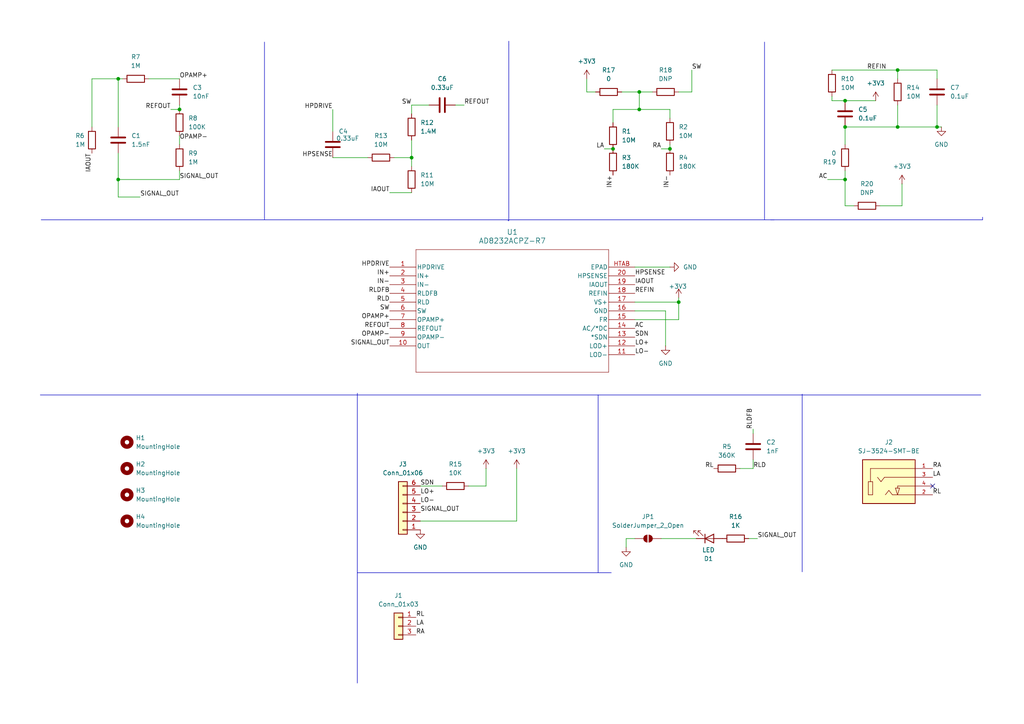
<source format=kicad_sch>
(kicad_sch (version 20250114) (generator "eeschema") (generator_version "9.0")
  (paper "A4")
  (title_block (title "AD8232 HEART RATE MONITOR v1") (company "GROUP 2"))
  (lib_symbols
    (symbol "Connector_Generic:Conn_01x03" (pin_names (offset 1.016) (hide yes))
      (property "Reference" "J" (at 0 5.08 0))
      (property "Value" "Conn_01x03" (at 0 -5.08 0))
      (symbol "Conn_01x03_1_1"
        (rectangle (start -1.27 3.81) (end 1.27 -3.81) (stroke (width 0.254)) (fill (type background)))
        (rectangle (start -1.27 2.667) (end 0 2.413) (stroke (width 0.1524)))
        (rectangle (start -1.27 0.127) (end 0 -0.127) (stroke (width 0.1524)))
        (rectangle (start -1.27 -2.413) (end 0 -2.667) (stroke (width 0.1524)))
        (pin passive line (at -5.08 2.54 0) (length 3.81) (name "Pin_1") (number "1"))
        (pin passive line (at -5.08 0 0) (length 3.81) (name "Pin_2") (number "2"))
        (pin passive line (at -5.08 -2.54 0) (length 3.81) (name "Pin_3") (number "3"))
      )
    )
    (symbol "Connector_Generic:Conn_01x06" (pin_names (offset 1.016) (hide yes))
      (property "Reference" "J" (at 0 7.62 0))
      (property "Value" "Conn_01x06" (at 0 -10.16 0))
      (symbol "Conn_01x06_1_1"
        (rectangle (start -1.27 6.35) (end 1.27 -8.89) (stroke (width 0.254)) (fill (type background)))
        (rectangle (start -1.27 5.207) (end 0 4.953) (stroke (width 0.1524)))
        (rectangle (start -1.27 2.667) (end 0 2.413) (stroke (width 0.1524)))
        (rectangle (start -1.27 0.127) (end 0 -0.127) (stroke (width 0.1524)))
        (rectangle (start -1.27 -2.413) (end 0 -2.667) (stroke (width 0.1524)))
        (rectangle (start -1.27 -4.953) (end 0 -5.207) (stroke (width 0.1524)))
        (rectangle (start -1.27 -7.493) (end 0 -7.747) (stroke (width 0.1524)))
        (pin passive line (at -5.08 5.08 0) (length 3.81) (name "Pin_1") (number "1"))
        (pin passive line (at -5.08 2.54 0) (length 3.81) (name "Pin_2") (number "2"))
        (pin passive line (at -5.08 0 0) (length 3.81) (name "Pin_3") (number "3"))
        (pin passive line (at -5.08 -2.54 0) (length 3.81) (name "Pin_4") (number "4"))
        (pin passive line (at -5.08 -5.08 0) (length 3.81) (name "Pin_5") (number "5"))
        (pin passive line (at -5.08 -7.62 0) (length 3.81) (name "Pin_6") (number "6"))
      )
    )
    (symbol "Device:C" (pin_numbers (hide yes)) (pin_names (offset 0.254))
      (property "Reference" "C" (at 0.635 2.54 0))
      (property "Value" "C" (at 0.635 -2.54 0))
      (symbol "C_0_1"
        (polyline (pts (xy -2.032 0.762) (xy 2.032 0.762)) (stroke (width 0.508)))
        (polyline (pts (xy -2.032 -0.762) (xy 2.032 -0.762)) (stroke (width 0.508)))
      )
      (symbol "C_1_1"
        (pin passive line (at 0 3.81 270) (length 2.794) (name "~") (number "1"))
        (pin passive line (at 0 -3.81 90) (length 2.794) (name "~") (number "2"))
      )
    )
    (symbol "Device:LED" (pin_numbers (hide yes)) (pin_names (offset 1.016) (hide yes))
      (property "Reference" "D" (at 0 2.54 0))
      (property "Value" "LED" (at 0 -2.54 0))
      (symbol "LED_0_1"
        (polyline (pts (xy -3.048 -0.762) (xy -4.572 -2.286) (xy -3.81 -2.286) (xy -4.572 -2.286) (xy -4.572 -1.524)))
        (polyline (pts (xy -1.778 -0.762) (xy -3.302 -2.286) (xy -2.54 -2.286) (xy -3.302 -2.286) (xy -3.302 -1.524)))
        (polyline (pts (xy -1.27 0) (xy 1.27 0)))
        (polyline (pts (xy -1.27 -1.27) (xy -1.27 1.27)) (stroke (width 0.254)))
        (polyline (pts (xy 1.27 -1.27) (xy 1.27 1.27) (xy -1.27 0) (xy 1.27 -1.27)) (stroke (width 0.254)))
      )
      (symbol "LED_1_1"
        (pin passive line (at -3.81 0 0) (length 2.54) (name "K") (number "1"))
        (pin passive line (at 3.81 0 180) (length 2.54) (name "A") (number "2"))
      )
    )
    (symbol "Device:R" (pin_numbers (hide yes)) (pin_names (offset 0))
      (property "Reference" "R" (at 2.032 0 90))
      (property "Value" "R" (at 0 0 90))
      (symbol "R_0_1"
        (rectangle (start -1.016 -2.54) (end 1.016 2.54) (stroke (width 0.254)))
      )
      (symbol "R_1_1"
        (pin passive line (at 0 3.81 270) (length 1.27) (name "~") (number "1"))
        (pin passive line (at 0 -3.81 90) (length 1.27) (name "~") (number "2"))
      )
    )
    (symbol "Jumper:SolderJumper_2_Open" (pin_numbers (hide yes)) (pin_names (offset 0) (hide yes)) (exclude_from_sim yes) (in_bom no)
      (property "Reference" "JP" (at 0 2.032 0))
      (property "Value" "SolderJumper_2_Open" (at 0 -2.54 0))
      (symbol "SolderJumper_2_Open_0_1"
        (polyline (pts (xy -0.254 1.016) (xy -0.254 -1.016)))
        (arc (start -0.254 -1.016) (mid -1.2656 0) (end -0.254 1.016))
        (arc (start -0.254 -1.016) (mid -1.2656 0) (end -0.254 1.016) (fill (type outline)))
        (arc (start 0.254 1.016) (mid 1.2656 0) (end 0.254 -1.016))
        (arc (start 0.254 1.016) (mid 1.2656 0) (end 0.254 -1.016) (fill (type outline)))
        (polyline (pts (xy 0.254 1.016) (xy 0.254 -1.016)))
      )
      (symbol "SolderJumper_2_Open_1_1"
        (pin passive line (at -3.81 0 0) (length 2.54) (name "A") (number "1"))
        (pin passive line (at 3.81 0 180) (length 2.54) (name "B") (number "2"))
      )
    )
    (symbol "Mechanical:MountingHole" (pin_names (offset 1.016)) (exclude_from_sim yes) (in_bom no)
      (property "Reference" "H" (at 0 5.08 0))
      (property "Value" "MountingHole" (at 0 3.175 0))
      (symbol "MountingHole_0_1"
        (circle (center 0 0) (radius 1.27) (stroke (width 1.27)))
      )
    )
    (symbol "myLibrary:AD8232ACPZ-R7" (pin_names (offset 0.254))
      (property "Reference" "U" (at 35.56 10.16 0))
      (property "Value" "AD8232ACPZ-R7" (at 35.56 7.62 0))
      (symbol "AD8232ACPZ-R7_0_1"
        (polyline (pts (xy 7.62 5.08) (xy 7.62 -30.48)) (stroke (width 0.127)))
        (polyline (pts (xy 7.62 -30.48) (xy 63.5 -30.48)) (stroke (width 0.127)))
        (polyline (pts (xy 63.5 5.08) (xy 7.62 5.08)) (stroke (width 0.127)))
        (polyline (pts (xy 63.5 -30.48) (xy 63.5 5.08)) (stroke (width 0.127)))
        (pin output line (at 0 0 0) (length 7.62) (name "HPDRIVE") (number "1"))
        (pin input line (at 0 -2.54 0) (length 7.62) (name "IN+") (number "2"))
        (pin input line (at 0 -5.08 0) (length 7.62) (name "IN-") (number "3"))
        (pin input line (at 0 -7.62 0) (length 7.62) (name "RLDFB") (number "4"))
        (pin output line (at 0 -10.16 0) (length 7.62) (name "RLD") (number "5"))
        (pin output line (at 0 -12.7 0) (length 7.62) (name "SW") (number "6"))
        (pin input line (at 0 -15.24 0) (length 7.62) (name "OPAMP+") (number "7"))
        (pin output line (at 0 -17.78 0) (length 7.62) (name "REFOUT") (number "8"))
        (pin input line (at 0 -20.32 0) (length 7.62) (name "OPAMP-") (number "9"))
        (pin output line (at 0 -22.86 0) (length 7.62) (name "OUT") (number "10"))
        (pin unspecified line (at 71.12 0 180) (length 7.62) (name "EPAD") (number "HTAB"))
        (pin input line (at 71.12 -2.54 180) (length 7.62) (name "HPSENSE") (number "20"))
        (pin output line (at 71.12 -5.08 180) (length 7.62) (name "IAOUT") (number "19"))
        (pin input line (at 71.12 -7.62 180) (length 7.62) (name "REFIN") (number "18"))
        (pin power_in line (at 71.12 -10.16 180) (length 7.62) (name "VS+") (number "17"))
        (pin power_in line (at 71.12 -12.7 180) (length 7.62) (name "GND") (number "16"))
        (pin input line (at 71.12 -15.24 180) (length 7.62) (name "FR") (number "15"))
        (pin input line (at 71.12 -17.78 180) (length 7.62) (name "AC/*DC") (number "14"))
        (pin input line (at 71.12 -20.32 180) (length 7.62) (name "*SDN") (number "13"))
        (pin output line (at 71.12 -22.86 180) (length 7.62) (name "LOD+") (number "12"))
        (pin output line (at 71.12 -25.4 180) (length 7.62) (name "LOD-") (number "11"))
      )
    )
    (symbol "myLibrary:SJ-3524-SMT-BE" (pin_names (offset 1.016))
      (property "Reference" "J" (at -7.6433 8.2806 0))
      (property "Value" "SJ-3524-SMT-BE" (at -7.6411 -7.6498 0))
      (symbol "SJ-3524-SMT-BE_0_0"
        (rectangle (start -7.62 -5.08) (end 7.62 7.62) (stroke (width 0.254)) (fill (type background)))
        (polyline (pts (xy -5.969 1.27) (xy -5.969 -2.54)) (stroke (width 0.1524)))
        (polyline (pts (xy -5.969 -2.54) (xy -4.699 -2.54)) (stroke (width 0.1524)))
        (polyline (pts (xy -5.334 5.08) (xy 7.62 5.08)) (stroke (width 0.1524)))
        (polyline (pts (xy -5.334 1.27) (xy -5.969 1.27)) (stroke (width 0.1524)))
        (polyline (pts (xy -5.334 1.27) (xy -5.334 5.08)) (stroke (width 0.1524)))
        (polyline (pts (xy -4.699 1.27) (xy -5.334 1.27)) (stroke (width 0.1524)))
        (polyline (pts (xy -4.699 -2.54) (xy -4.699 1.27)) (stroke (width 0.1524)))
        (polyline (pts (xy -2.286 1.27) (xy -3.302 2.54)) (stroke (width 0.1524)))
        (polyline (pts (xy -1.27 2.54) (xy -2.286 1.27)) (stroke (width 0.1524)))
        (polyline (pts (xy -1.016 -2.54) (xy 0 -1.27)) (stroke (width 0.1524)))
        (polyline (pts (xy 0 -1.27) (xy 1.016 -2.54)) (stroke (width 0.1524)))
        (polyline (pts (xy 1.9 -0.6) (xy 2.5 -2.53)) (stroke (width 0.1524)))
        (polyline (pts (xy 1.9 -0.6) (xy 3.09 -0.6)) (stroke (width 0.1524)))
        (polyline (pts (xy 2.53 -2.52) (xy 2.53 -2.53)) (stroke (width 0.1524)))
        (polyline (pts (xy 2.54 0) (xy 2.54 -0.62)) (stroke (width 0.1524)))
        (polyline (pts (xy 2.54 0) (xy 7.62 0)) (stroke (width 0.1524)))
        (polyline (pts (xy 3.09 -0.6) (xy 2.53 -2.52)) (stroke (width 0.1524)))
        (polyline (pts (xy 7.62 2.54) (xy -1.27 2.54)) (stroke (width 0.1524)))
        (polyline (pts (xy 7.62 -2.54) (xy 1.016 -2.54)) (stroke (width 0.1524)))
        (pin passive line (at 12.7 5.08 180) (length 5.08) (name "~") (number "1"))
        (pin passive line (at 12.7 2.54 180) (length 5.08) (name "~") (number "3"))
        (pin passive line (at 12.7 0 180) (length 5.08) (name "~") (number "4"))
        (pin passive line (at 12.7 -2.54 180) (length 5.08) (name "~") (number "2"))
      )
    )
    (symbol "power:+3V3" (power) (pin_numbers (hide yes)) (pin_names (offset 0) (hide yes))
      (property "Value" "+3V3" (at 0 3.556 0))
      (symbol "+3V3_0_1"
        (polyline (pts (xy -0.762 1.27) (xy 0 2.54)))
        (polyline (pts (xy 0 2.54) (xy 0.762 1.27)))
        (polyline (pts (xy 0 0) (xy 0 2.54)))
      )
      (symbol "+3V3_1_1"
        (pin power_in line (at 0 0 90) (length 0) (name "~") (number "1"))
      )
    )
    (symbol "power:GND" (power) (pin_numbers (hide yes)) (pin_names (offset 0) (hide yes))
      (property "Value" "GND" (at 0 -3.81 0))
      (symbol "GND_0_1"
        (polyline (pts (xy 0 0) (xy 0 -1.27) (xy 1.27 -1.27) (xy 0 -2.54) (xy -1.27 -1.27) (xy 0 -1.27)))
      )
      (symbol "GND_1_1"
        (pin power_in line (at 0 0 270) (length 0) (name "~") (number "1"))
      )
    )
  )
  (junction (at 177.8 43.18))
  (junction (at 119.38 45.72))
  (junction (at 52.07 31.75))
  (junction (at 245.11 29.21))
  (junction (at 260.35 20.32))
  (junction (at 34.29 52.07))
  (junction (at 245.11 52.07))
  (junction (at 196.85 87.63))
  (junction (at 194.31 43.18))
  (junction (at 185.42 31.75))
  (junction (at 34.29 22.86))
  (junction (at 271.78 36.83))
  (junction (at 185.42 26.67))
  (junction (at 245.11 36.83))
  (junction (at 260.35 36.83))
  (no_connect (at 270.51 140.97))
  (wire (pts (xy 241.3 20.32) (xy 260.35 20.32)))
  (wire (pts (xy 170.18 22.86) (xy 170.18 26.67)))
  (wire (pts (xy 200.66 20.32) (xy 200.66 26.67)))
  (wire (pts (xy 140.97 140.97) (xy 140.97 135.89)))
  (wire (pts (xy 240.03 52.07) (xy 245.11 52.07)))
  (polyline (pts (xy 11.684 114.554) (xy 284.48 114.554)))
  (polyline (pts (xy 147.574 11.938) (xy 147.574 12.954)))
  (wire (pts (xy 191.77 43.18) (xy 194.31 43.18)))
  (polyline (pts (xy 103.632 166.116) (xy 173.482 166.116)))
  (wire (pts (xy 170.18 26.67) (xy 172.72 26.67)))
  (wire (pts (xy 185.42 26.67) (xy 189.23 26.67)))
  (wire (pts (xy 260.35 36.83) (xy 271.78 36.83)))
  (wire (pts (xy 52.07 30.48) (xy 52.07 31.75)))
  (wire (pts (xy 119.38 30.48) (xy 119.38 33.02)))
  (wire (pts (xy 184.15 92.71) (xy 196.85 92.71)))
  (wire (pts (xy 135.89 140.97) (xy 140.97 140.97)))
  (wire (pts (xy 119.38 45.72) (xy 119.38 40.64)))
  (polyline (pts (xy 232.664 114.3) (xy 232.664 165.862)))
  (wire (pts (xy 114.3 45.72) (xy 119.38 45.72)))
  (wire (pts (xy 49.53 31.75) (xy 52.07 31.75)))
  (wire (pts (xy 177.8 31.75) (xy 177.8 35.56)))
  (wire (pts (xy 214.63 135.89) (xy 218.44 135.89)))
  (wire (pts (xy 124.46 30.48) (xy 119.38 30.48)))
  (polyline (pts (xy 147.32 64.008) (xy 147.574 64.008)))
  (wire (pts (xy 245.11 36.83) (xy 260.35 36.83)))
  (wire (pts (xy 271.78 30.48) (xy 271.78 36.83)))
  (wire (pts (xy 260.35 20.32) (xy 271.78 20.32)))
  (wire (pts (xy 260.35 30.48) (xy 260.35 36.83)))
  (wire (pts (xy 35.56 22.86) (xy 34.29 22.86)))
  (wire (pts (xy 245.11 52.07) (xy 245.11 59.69)))
  (wire (pts (xy 34.29 36.83) (xy 34.29 22.86)))
  (wire (pts (xy 96.52 31.75) (xy 96.52 38.1)))
  (wire (pts (xy 218.44 133.35) (xy 218.44 135.89)))
  (wire (pts (xy 52.07 39.37) (xy 52.07 41.91)))
  (wire (pts (xy 34.29 22.86) (xy 26.67 22.86)))
  (wire (pts (xy 34.29 52.07) (xy 34.29 57.15)))
  (wire (pts (xy 96.52 45.72) (xy 106.68 45.72)))
  (wire (pts (xy 181.61 158.75) (xy 181.61 156.21)))
  (wire (pts (xy 149.86 135.89) (xy 149.86 151.13)))
  (polyline (pts (xy 173.482 166.116) (xy 177.292 166.116)))
  (wire (pts (xy 185.42 26.67) (xy 185.42 31.75)))
  (wire (pts (xy 193.04 100.33) (xy 193.04 90.17)))
  (wire (pts (xy 260.35 22.86) (xy 260.35 20.32)))
  (wire (pts (xy 191.77 156.21) (xy 201.93 156.21)))
  (wire (pts (xy 43.18 22.86) (xy 52.07 22.86)))
  (wire (pts (xy 194.31 43.18) (xy 194.31 41.91)))
  (wire (pts (xy 245.11 29.21) (xy 254 29.21)))
  (wire (pts (xy 177.8 31.75) (xy 185.42 31.75)))
  (wire (pts (xy 196.85 86.36) (xy 196.85 87.63)))
  (wire (pts (xy 52.07 52.07) (xy 52.07 49.53)))
  (wire (pts (xy 113.03 55.88) (xy 119.38 55.88)))
  (wire (pts (xy 34.29 52.07) (xy 34.29 44.45)))
  (wire (pts (xy 34.29 57.15) (xy 40.64 57.15)))
  (wire (pts (xy 245.11 41.91) (xy 245.11 36.83)))
  (wire (pts (xy 194.31 77.47) (xy 184.15 77.47)))
  (wire (pts (xy 271.78 36.83) (xy 273.05 36.83)))
  (wire (pts (xy 193.04 90.17) (xy 184.15 90.17)))
  (wire (pts (xy 184.15 87.63) (xy 196.85 87.63)))
  (polyline (pts (xy 147.574 12.954) (xy 147.574 64.008)))
  (wire (pts (xy 185.42 31.75) (xy 194.31 31.75)))
  (wire (pts (xy 196.85 87.63) (xy 196.85 92.71)))
  (wire (pts (xy 261.62 59.69) (xy 261.62 53.34)))
  (wire (pts (xy 134.62 30.48) (xy 132.08 30.48)))
  (wire (pts (xy 181.61 156.21) (xy 184.15 156.21)))
  (polyline (pts (xy 223.52 63.754) (xy 224.536 63.754)))
  (wire (pts (xy 175.26 43.18) (xy 177.8 43.18)))
  (polyline (pts (xy 103.632 114.046) (xy 103.632 198.12)))
  (polyline (pts (xy 221.742 12.192) (xy 221.742 63.754)))
  (polyline (pts (xy 284.988 62.992) (xy 284.988 63.754)))
  (polyline (pts (xy 173.482 114.554) (xy 173.482 166.116)))
  (wire (pts (xy 180.34 26.67) (xy 185.42 26.67)))
  (wire (pts (xy 241.3 29.21) (xy 241.3 27.94)))
  (wire (pts (xy 26.67 22.86) (xy 26.67 36.83)))
  (wire (pts (xy 245.11 49.53) (xy 245.11 52.07)))
  (wire (pts (xy 194.31 31.75) (xy 194.31 34.29)))
  (wire (pts (xy 121.92 151.13) (xy 149.86 151.13)))
  (polyline (pts (xy 76.708 12.192) (xy 76.708 63.754)))
  (wire (pts (xy 218.44 124.46) (xy 218.44 125.73)))
  (wire (pts (xy 200.66 26.67) (xy 196.85 26.67)))
  (wire (pts (xy 261.62 59.69) (xy 255.27 59.69)))
  (wire (pts (xy 271.78 20.32) (xy 271.78 22.86)))
  (wire (pts (xy 219.71 156.21) (xy 217.17 156.21)))
  (wire (pts (xy 241.3 29.21) (xy 245.11 29.21)))
  (polyline (pts (xy 11.938 63.754) (xy 284.988 63.754)))
  (wire (pts (xy 245.11 59.69) (xy 247.65 59.69)))
  (wire (pts (xy 52.07 52.07) (xy 34.29 52.07)))
  (wire (pts (xy 119.38 48.26) (xy 119.38 45.72)))
  (wire (pts (xy 121.92 140.97) (xy 128.27 140.97)))
  (label "RA" (at 270.51 135.89 0))
  (label "SIGNAL_OUT" (at 121.92 148.59 0))
  (label "SW" (at 119.38 30.48 180))
  (label "REFOUT" (at 113.03 95.25 180))
  (label "LO-" (at 121.92 146.05 0))
  (label "AC" (at 184.15 95.25 0))
  (label "HPDRIVE" (at 96.52 31.75 180))
  (label "IAOUT" (at 113.03 55.88 180))
  (label "REFIN" (at 184.15 85.09 0))
  (label "HPSENSE" (at 184.15 80.01 0))
  (label "LA" (at 175.26 43.18 180))
  (label "SDN" (at 121.92 140.97 0))
  (label "HPDRIVE" (at 113.03 77.47 180))
  (label "IN-" (at 113.03 82.55 180))
  (label "LO-" (at 184.15 102.87 0))
  (label "SIGNAL_OUT" (at 52.07 52.07 0))
  (label "SIGNAL_OUT" (at 219.71 156.21 0))
  (label "IN+" (at 113.03 80.01 180))
  (label "RL" (at 270.51 143.51 0))
  (label "LA" (at 270.51 138.43 0))
  (label "RL" (at 207.01 135.89 180))
  (label "RLDFB" (at 113.03 85.09 180))
  (label "LA" (at 120.65 181.61 0))
  (label "OPAMP+" (at 113.03 92.71 180))
  (label "RLD" (at 113.03 87.63 180))
  (label "RLDFB" (at 218.44 124.46 90))
  (label "SIGNAL_OUT" (at 40.64 57.15 0))
  (label "RA" (at 120.65 184.15 0))
  (label "HPSENSE" (at 96.52 45.72 180))
  (label "RA" (at 191.77 43.18 180))
  (label "REFOUT" (at 134.62 30.48 0))
  (label "SIGNAL_OUT" (at 113.03 100.33 180))
  (label "OPAMP-" (at 113.03 97.79 180))
  (label "SW" (at 113.03 90.17 180))
  (label "LO+" (at 184.15 100.33 0))
  (label "IAOUT" (at 184.15 82.55 0))
  (label "IN+" (at 177.8 50.8 270))
  (label "RLD" (at 218.44 135.89 0))
  (label "LO+" (at 121.92 143.51 0))
  (label "REFOUT" (at 49.53 31.75 180))
  (label "AC" (at 240.03 52.07 180))
  (label "REFIN" (at 251.46 20.32 0))
  (label "OPAMP-" (at 52.07 40.64 0))
  (label "SDN" (at 184.15 97.79 0))
  (label "SW" (at 200.66 20.32 0))
  (label "IAOUT" (at 26.67 44.45 270))
  (label "RL" (at 120.65 179.07 0))
  (label "OPAMP+" (at 52.07 22.86 0))
  (label "IN-" (at 194.31 50.8 270))
  (symbol (lib_id "Device:R") (at 210.82 135.89 90) (unit 1)
    (property "Reference" "R5" (at 210.82 129.54 90))
    (property "Value" "360K" (at 210.82 132.08 90))
    (property "Footprint" "Resistor_SMD:R_0603_1608Metric" (effects (hide yes)))
    (property "Description" "Resistor" (effects (hide yes)))
    (property "Digikey Part#" "311-360KHRTR-ND" (effects (hide yes)))
    (property "Digikey URL" "https://www.digikey.in/en/products/detail/yageo/RC0603FR-07360KL/727183" (effects (hide yes)))
  )
  (symbol (lib_id "Device:R") (at 241.3 24.13 0) (unit 1)
    (property "Reference" "R10" (at 243.84 22.8599 0) (effects (justify left)))
    (property "Value" "10M" (at 243.84 25.3999 0) (effects (justify left)))
    (property "Footprint" "Resistor_SMD:R_0603_1608Metric" (effects (hide yes)))
    (property "Description" "Resistor" (effects (hide yes)))
    (property "Digikey Part#" "311-10MGRTR-ND" (effects (hide yes)))
    (property "Digikey URL" "https://www.digikey.in/en/products/detail/yageo/RC0603JR-0710ML/726701" (effects (hide yes)))
  )
  (symbol (lib_id "Device:R") (at 194.31 38.1 0) (unit 1)
    (property "Reference" "R2" (at 196.85 36.8299 0) (effects (justify left)))
    (property "Value" "10M" (at 196.85 39.3699 0) (effects (justify left)))
    (property "Footprint" "Resistor_SMD:R_0603_1608Metric" (effects (hide yes)))
    (property "Description" "Resistor" (effects (hide yes)))
    (property "Digikey Part#" "311-10MGRTR-ND" (effects (hide yes)))
    (property "Digikey URL" "https://www.digikey.in/en/products/detail/yageo/RC0603JR-0710ML/726701" (effects (hide yes)))
  )
  (symbol (lib_id "power:GND") (at 193.04 100.33 0) (unit 1)
    (property "Reference" "#PWR07" (effects (hide yes)))
    (property "Value" "GND" (at 193.04 105.41 0))
    (property "Description" "Power symbol creates a global label with name \"GND\" , ground" (effects (hide yes)))
  )
  (symbol (lib_id "power:GND") (at 194.31 77.47 90) (unit 1)
    (property "Reference" "#PWR01" (effects (hide yes)))
    (property "Value" "GND" (at 198.12 77.4699 90) (effects (justify right)))
    (property "Description" "Power symbol creates a global label with name \"GND\" , ground" (effects (hide yes)))
  )
  (symbol (lib_id "myLibrary:SJ-3524-SMT-BE") (at 257.81 140.97 0) (unit 1)
    (property "Reference" "J2" (at 257.81 128.27 0))
    (property "Value" "SJ-3524-SMT-BE" (at 257.81 130.81 0))
    (property "Footprint" "myLibrary:CUI_SJ-3524-SMT-BE" (effects (hide yes)))
    (property "MF" "CUI Inc" (effects (hide yes)))
    (property "STANDARD" "Manufacturer recommendations" (effects (hide yes)))
    (property "Digikey Part#" "CP-3524SJBETR-ND" (effects (hide yes)))
    (property "Digikey URL" "https://www.digikey.in/en/products/detail/same-sky-formerly-cui-devices/SJ-3524-SMT-TR-BE/2295987" (effects (hide yes)))
  )
  (symbol (lib_id "Device:R") (at 52.07 35.56 0) (unit 1)
    (property "Reference" "R8" (at 54.61 34.2899 0) (effects (justify left)))
    (property "Value" "100K" (at 54.61 36.8299 0) (effects (justify left)))
    (property "Footprint" "Resistor_SMD:R_0603_1608Metric" (effects (hide yes)))
    (property "Description" "Resistor" (effects (hide yes)))
    (property "Digikey Part#" "P100KHTR-ND" (effects (hide yes)))
    (property "Digikey URL" "https://www.digikey.in/en/products/detail/panasonic-electronic-components/ERJ-3EKF1003V/196075" (effects (hide yes)))
  )
  (symbol (lib_id "Device:LED") (at 205.74 156.21 0) (mirror x) (unit 1)
    (property "Reference" "D1" (at 205.486 162.052 0))
    (property "Value" "LED" (at 205.486 159.512 0))
    (property "Footprint" "LED_SMD:LED_0603_1608Metric" (effects (hide yes)))
    (property "Description" "Light emitting diode" (effects (hide yes)))
    (property "Digikey Part#" "732-12017-2-ND" (effects (hide yes)))
    (property "Digikey URL" "https://www.digikey.in/en/products/detail/w%C3%BCrth-elektronik/150060VS55040/8557182" (effects (hide yes)))
  )
  (symbol (lib_id "Device:C") (at 128.27 30.48 90) (unit 1)
    (property "Reference" "C6" (at 128.27 22.86 90))
    (property "Value" "0.33uF" (at 128.27 25.4 90))
    (property "Footprint" "Capacitor_SMD:C_0805_2012Metric" (effects (hide yes)))
    (property "Description" "Unpolarized capacitor" (effects (hide yes)))
    (property "Digikey Part#" "490-6050-2-ND" (effects (hide yes)))
    (property "Digikey URL" "http://digikey.in/en/products/detail/murata-electronics/GCM188R71C334KA37D/2591915" (effects (hide yes)))
  )
  (symbol (lib_id "Device:R") (at 193.04 26.67 90) (unit 1) (exclude_from_sim yes) (in_bom no) (on_board no)
    (property "Reference" "R18" (at 193.04 20.32 90))
    (property "Value" "DNP" (at 193.04 22.86 90))
    (property "Footprint" "Resistor_SMD:R_0603_1608Metric" (effects (hide yes)))
    (property "Description" "Resistor" (effects (hide yes)))
  )
  (symbol (lib_id "Device:C") (at 96.52 41.91 0) (unit 1)
    (property "Reference" "C4" (at 99.568 38.1 0))
    (property "Value" "0.33uF" (at 100.838 40.132 0))
    (property "Footprint" "Capacitor_SMD:C_0805_2012Metric" (effects (hide yes)))
    (property "Description" "Unpolarized capacitor" (effects (hide yes)))
    (property "Digikey Part#" "490-6050-2-ND" (effects (hide yes)))
    (property "Digikey URL" "https://www.digikey.in/en/products/detail/murata-electronics/GCM188R71C334KA37D/2591915" (effects (hide yes)))
  )
  (symbol (lib_id "Jumper:SolderJumper_2_Open") (at 187.96 156.21 0) (unit 1) (exclude_from_sim yes) (in_bom no)
    (property "Reference" "JP1" (at 187.96 149.86 0))
    (property "Value" "SolderJumper_2_Open" (at 187.96 152.4 0))
    (property "Footprint" "Jumper:SolderJumper-2_P1.3mm_Bridged_Pad1.0x1.5mm" (effects (hide yes)))
    (property "Description" "Solder Jumper, 2-pole, open" (effects (hide yes)))
  )
  (symbol (lib_id "Mechanical:MountingHole") (at 36.83 151.13 90) (unit 1) (exclude_from_sim yes) (in_bom no)
    (property "Reference" "H4" (at 39.37 149.8599 90) (effects (justify right)))
    (property "Value" "MountingHole" (at 39.37 152.3999 90) (effects (justify right)))
    (property "Footprint" "myLibrary:hole" (effects (hide yes)))
    (property "Description" "Mounting Hole without connection" (effects (hide yes)))
  )
  (symbol (lib_id "Device:R") (at 260.35 26.67 0) (unit 1)
    (property "Reference" "R14" (at 262.89 25.3999 0) (effects (justify left)))
    (property "Value" "10M" (at 262.89 27.9399 0) (effects (justify left)))
    (property "Footprint" "Resistor_SMD:R_0603_1608Metric" (effects (hide yes)))
    (property "Description" "Resistor" (effects (hide yes)))
    (property "Digikey Part#" "311-10MGRTR-ND" (effects (hide yes)))
    (property "Digikey URL" "https://www.digikey.in/en/products/detail/yageo/RC0603JR-0710ML/726701" (effects (hide yes)))
  )
  (symbol (lib_id "Device:R") (at 110.49 45.72 90) (unit 1)
    (property "Reference" "R13" (at 110.49 39.37 90))
    (property "Value" "10M" (at 110.49 41.91 90))
    (property "Footprint" "Resistor_SMD:R_0603_1608Metric" (effects (hide yes)))
    (property "Description" "Resistor" (effects (hide yes)))
    (property "Digikey Part#" "311-10MGRTR-ND" (effects (hide yes)))
    (property "Digikey URL" "https://www.digikey.in/en/products/detail/yageo/RC0603JR-0710ML/726701" (effects (hide yes)))
  )
  (symbol (lib_id "Device:R") (at 26.67 40.64 0) (unit 1)
    (property "Reference" "R6" (at 21.844 39.37 0) (effects (justify left)))
    (property "Value" "1M" (at 21.844 41.91 0) (effects (justify left)))
    (property "Footprint" "Resistor_SMD:R_0603_1608Metric" (effects (hide yes)))
    (property "Description" "Resistor" (effects (hide yes)))
    (property "Digikey Part#" "YAG4498TR-ND" (effects (hide yes)))
    (property "Digikey URL" "https://www.digikey.in/en/products/detail/yageo/RT0603BRD071ML/5927906" (effects (hide yes)))
  )
  (symbol (lib_id "Device:C") (at 34.29 40.64 0) (unit 1)
    (property "Reference" "C1" (at 38.1 39.3699 0) (effects (justify left)))
    (property "Value" "1.5nF" (at 38.1 41.9099 0) (effects (justify left)))
    (property "Footprint" "Capacitor_SMD:C_0603_1608Metric" (effects (hide yes)))
    (property "Description" "Unpolarized capacitor" (effects (hide yes)))
    (property "Digikey Part#" "490-1455-2-ND" (effects (hide yes)))
    (property "Digikey URL" "http://digikey.in/en/products/detail/murata-electronics/GRM1885C1H152JA01D/586947" (effects (hide yes)))
  )
  (symbol (lib_id "Device:R") (at 251.46 59.69 270) (unit 1) (exclude_from_sim yes) (in_bom no) (on_board no)
    (property "Reference" "R20" (at 251.46 53.34 90))
    (property "Value" "DNP" (at 251.46 55.88 90))
    (property "Footprint" "Resistor_SMD:R_0603_1608Metric" (effects (hide yes)))
    (property "Description" "Resistor" (effects (hide yes)))
  )
  (symbol (lib_id "Device:R") (at 177.8 39.37 180) (unit 1)
    (property "Reference" "R1" (at 180.34 38.0999 0) (effects (justify right)))
    (property "Value" "10M" (at 180.34 40.6399 0) (effects (justify right)))
    (property "Footprint" "Resistor_SMD:R_0603_1608Metric" (effects (hide yes)))
    (property "Description" "Resistor" (effects (hide yes)))
    (property "Digikey Part#" "311-10MGRTR-ND" (effects (hide yes)))
    (property "Digikey URL" "https://www.digikey.in/en/products/detail/yageo/RC0603JR-0710ML/726701" (effects (hide yes)))
  )
  (symbol (lib_id "Device:R") (at 132.08 140.97 270) (unit 1)
    (property "Reference" "R15" (at 132.08 134.62 90))
    (property "Value" "10K" (at 132.08 137.16 90))
    (property "Footprint" "Resistor_SMD:R_0603_1608Metric" (effects (hide yes)))
    (property "Description" "Resistor" (effects (hide yes)))
    (property "Digikey Part#" "2019-RK73H1JTTD1002FTR-ND" (effects (hide yes)))
    (property "Digikey URL" "https://www.digikey.in/en/products/detail/koa-speer-electronics-inc/RK73H1JTTD1002F/9844954" (effects (hide yes)))
  )
  (symbol (lib_id "power:+3V3") (at 170.18 22.86 0) (unit 1)
    (property "Reference" "#PWR05" (effects (hide yes)))
    (property "Value" "+3V3" (at 170.18 17.78 0))
    (property "Description" "Power symbol creates a global label with name \"+3V3\"" (effects (hide yes)))
  )
  (symbol (lib_id "Device:C") (at 271.78 26.67 0) (unit 1)
    (property "Reference" "C7" (at 275.59 25.3999 0) (effects (justify left)))
    (property "Value" "0.1uF" (at 275.59 27.9399 0) (effects (justify left)))
    (property "Footprint" "Capacitor_SMD:C_0603_1608Metric" (effects (hide yes)))
    (property "Description" "Unpolarized capacitor" (effects (hide yes)))
    (property "Digikey Part#" "311-1088-2-ND" (effects (hide yes)))
    (property "Digikey URL" "https://www.digikey.in/en/products/detail/yageo/CC0603KRX7R7BB104/302822" (effects (hide yes)))
  )
  (symbol (lib_id "Device:R") (at 119.38 52.07 0) (unit 1)
    (property "Reference" "R11" (at 121.92 50.7999 0) (effects (justify left)))
    (property "Value" "10M" (at 121.92 53.3399 0) (effects (justify left)))
    (property "Footprint" "Resistor_SMD:R_0603_1608Metric" (effects (hide yes)))
    (property "Description" "Resistor" (effects (hide yes)))
    (property "Digikey Part#" "311-10MGRTR-ND" (effects (hide yes)))
    (property "Digikey URL" "https://www.digikey.in/en/products/detail/yageo/RC0603JR-0710ML/726701" (effects (hide yes)))
  )
  (symbol (lib_id "Connector_Generic:Conn_01x03") (at 115.57 181.61 0) (mirror y) (unit 1)
    (property "Reference" "J1" (at 115.57 172.72 0))
    (property "Value" "Conn_01x03" (at 115.57 175.26 0))
    (property "Footprint" "myLibrary:3_conn" (effects (hide yes)))
  )
  (symbol (lib_id "Device:R") (at 177.8 46.99 180) (unit 1)
    (property "Reference" "R3" (at 180.34 45.7199 0) (effects (justify right)))
    (property "Value" "180K" (at 180.34 48.2599 0) (effects (justify right)))
    (property "Footprint" "Resistor_SMD:R_0603_1608Metric" (effects (hide yes)))
    (property "Description" "Resistor" (effects (hide yes)))
    (property "Digikey Part#" "311-180KGRTR-ND" (effects (hide yes)))
    (property "Digikey URL" "https://www.digikey.in/en/products/detail/yageo/RC0603JR-07180KL/726723" (effects (hide yes)))
  )
  (symbol (lib_id "myLibrary:AD8232ACPZ-R7") (at 113.03 77.47 0) (unit 1)
    (property "Reference" "U1" (at 148.59 67.31 0) (effects (font (size 1.524 1.524))))
    (property "Value" "AD8232ACPZ-R7" (at 148.59 69.85 0) (effects (font (size 1.524 1.524))))
    (property "Footprint" "myLibrary:ad8232" (effects (hide yes)))
    (property "Datasheet" "AD8232ACPZ-R7" (effects (hide yes)))
    (property "Digikey Part#" "AD8232ACPZ-R7" (effects (hide yes)))
    (property "Digikey URL" "https://www.digikey.in/en/products/detail/analog-devices-inc/AD8232ACPZ-R7/3758432" (effects (hide yes)))
  )
  (symbol (lib_id "Mechanical:MountingHole") (at 36.83 143.51 0) (unit 1) (exclude_from_sim yes) (in_bom no)
    (property "Reference" "H3" (at 39.37 142.2399 0) (effects (justify left)))
    (property "Value" "MountingHole" (at 39.37 144.7799 0) (effects (justify left)))
    (property "Footprint" "myLibrary:hole" (effects (hide yes)))
    (property "Description" "Mounting Hole without connection" (effects (hide yes)))
  )
  (symbol (lib_id "Mechanical:MountingHole") (at 36.83 128.27 0) (unit 1) (exclude_from_sim yes) (in_bom no)
    (property "Reference" "H1" (at 39.37 126.9999 0) (effects (justify left)))
    (property "Value" "MountingHole" (at 39.37 129.5399 0) (effects (justify left)))
    (property "Footprint" "myLibrary:hole" (effects (hide yes)))
    (property "Description" "Mounting Hole without connection" (effects (hide yes)))
  )
  (symbol (lib_id "power:GND") (at 121.92 153.67 0) (unit 1)
    (property "Reference" "#PWR08" (effects (hide yes)))
    (property "Value" "GND" (at 121.92 158.75 0))
    (property "Description" "Power symbol creates a global label with name \"GND\" , ground" (effects (hide yes)))
  )
  (symbol (lib_id "Device:C") (at 52.07 26.67 0) (unit 1)
    (property "Reference" "C3" (at 55.88 25.3999 0) (effects (justify left)))
    (property "Value" "10nF" (at 55.88 27.9399 0) (effects (justify left)))
    (property "Footprint" "Capacitor_SMD:C_0603_1608Metric" (effects (hide yes)))
    (property "Description" "Unpolarized capacitor" (effects (hide yes)))
    (property "Digikey Part#" "1276-1009-2-ND" (effects (hide yes)))
    (property "Digikey URL" "https://www.digikey.in/en/products/detail/samsung-electro-mechanics/CL10B103KB8NNNC/3886667" (effects (hide yes)))
  )
  (symbol (lib_id "Mechanical:MountingHole") (at 36.83 135.89 0) (unit 1) (exclude_from_sim yes) (in_bom no)
    (property "Reference" "H2" (at 39.37 134.6199 0) (effects (justify left)))
    (property "Value" "MountingHole" (at 39.37 137.1599 0) (effects (justify left)))
    (property "Footprint" "myLibrary:hole" (effects (hide yes)))
    (property "Description" "Mounting Hole without connection" (effects (hide yes)))
  )
  (symbol (lib_id "Connector_Generic:Conn_01x06") (at 116.84 148.59 180) (unit 1)
    (property "Reference" "J3" (at 116.84 134.62 0))
    (property "Value" "Conn_01x06" (at 116.84 137.16 0))
    (property "Footprint" "myLibrary:6_conn" (effects (hide yes)))
  )
  (symbol (lib_id "Device:R") (at 194.31 46.99 180) (unit 1)
    (property "Reference" "R4" (at 196.85 45.7199 0) (effects (justify right)))
    (property "Value" "180K" (at 196.85 48.2599 0) (effects (justify right)))
    (property "Footprint" "Resistor_SMD:R_0603_1608Metric" (effects (hide yes)))
    (property "Description" "Resistor" (effects (hide yes)))
    (property "Digikey Part#" "311-180KGRTR-ND" (effects (hide yes)))
    (property "Digikey URL" "http://digikey.in/en/products/detail/yageo/RC0603JR-07180KL/726723" (effects (hide yes)))
  )
  (symbol (lib_id "Device:R") (at 213.36 156.21 90) (unit 1)
    (property "Reference" "R16" (at 213.36 149.86 90))
    (property "Value" "1K" (at 213.36 152.4 90))
    (property "Footprint" "Resistor_SMD:R_0603_1608Metric" (effects (hide yes)))
    (property "Description" "Resistor" (effects (hide yes)))
    (property "Digikey Part#" "311-1.00KHRTR-ND" (effects (hide yes)))
    (property "Digikey URL" "https://www.digikey.in/en/products/detail/yageo/RC0603FR-071KL/726843" (effects (hide yes)))
  )
  (symbol (lib_id "power:GND") (at 181.61 158.75 0) (unit 1)
    (property "Reference" "#PWR010" (effects (hide yes)))
    (property "Value" "GND" (at 181.61 163.83 0))
    (property "Description" "Power symbol creates a global label with name \"GND\" , ground" (effects (hide yes)))
  )
  (symbol (lib_id "Device:R") (at 39.37 22.86 90) (unit 1)
    (property "Reference" "R7" (at 39.37 16.51 90))
    (property "Value" "1M" (at 39.37 19.05 90))
    (property "Footprint" "Resistor_SMD:R_0603_1608Metric" (effects (hide yes)))
    (property "Description" "Resistor" (effects (hide yes)))
    (property "Digikey Part#" "YAG4498TR-ND" (effects (hide yes)))
    (property "Digikey URL" "https://www.digikey.in/en/products/detail/yageo/RT0603BRD071ML/5927906" (effects (hide yes)))
  )
  (symbol (lib_id "Device:R") (at 176.53 26.67 90) (unit 1)
    (property "Reference" "R17" (at 176.53 20.32 90))
    (property "Value" "0" (at 176.53 22.86 90))
    (property "Footprint" "Resistor_SMD:R_0603_1608Metric" (effects (hide yes)))
    (property "Description" "Resistor" (effects (hide yes)))
    (property "Digikey Part#" "RMCF0603ZT0R00TR-ND" (effects (hide yes)))
    (property "Digikey URL" "https://www.digikey.in/en/products/detail/stackpole-electronics-inc/RMCF0603ZT0R00/1756908" (effects (hide yes)))
  )
  (symbol (lib_id "Device:R") (at 119.38 36.83 0) (unit 1)
    (property "Reference" "R12" (at 121.92 35.5599 0) (effects (justify left)))
    (property "Value" "1.4M" (at 121.92 38.0999 0) (effects (justify left)))
    (property "Footprint" "Resistor_SMD:R_0603_1608Metric" (effects (hide yes)))
    (property "Description" "Resistor" (effects (hide yes)))
    (property "Digikey Part#" "RMCF0603FT1M40TR-ND" (effects (hide yes)))
    (property "Digikey URL" "https://www.digikey.in/en/products/detail/stackpole-electronics-inc/RMCF0603FT1M40/1761118" (effects (hide yes)))
  )
  (symbol (lib_id "power:GND") (at 273.05 36.83 0) (unit 1)
    (property "Reference" "#PWR02" (effects (hide yes)))
    (property "Value" "GND" (at 273.05 41.91 0))
    (property "Description" "Power symbol creates a global label with name \"GND\" , ground" (effects (hide yes)))
  )
  (symbol (lib_id "Device:R") (at 245.11 45.72 180) (unit 1)
    (property "Reference" "R19" (at 242.57 46.9901 0) (effects (justify left)))
    (property "Value" "0" (at 242.57 44.4501 0) (effects (justify left)))
    (property "Footprint" "Resistor_SMD:R_0603_1608Metric" (effects (hide yes)))
    (property "Description" "Resistor" (effects (hide yes)))
    (property "Digikey Part#" "RMCF0603ZT0R00TR-ND" (effects (hide yes)))
    (property "Digikey URL" "https://www.digikey.in/en/products/detail/stackpole-electronics-inc/RMCF0603ZT0R00/1756908" (effects (hide yes)))
  )
  (symbol (lib_id "Device:C") (at 218.44 129.54 0) (unit 1)
    (property "Reference" "C2" (at 222.25 128.2699 0) (effects (justify left)))
    (property "Value" "1nF" (at 222.25 130.8099 0) (effects (justify left)))
    (property "Footprint" "Capacitor_SMD:C_0603_1608Metric" (effects (hide yes)))
    (property "Description" "Unpolarized capacitor" (effects (hide yes)))
    (property "Digikey Part#" "399-C0603C102K5RACTUTR-ND" (effects (hide yes)))
    (property "Digikey URL" "https://www.digikey.in/en/products/detail/kemet/C0603C102K5RACTU/411081" (effects (hide yes)))
  )
  (symbol (lib_id "power:+3V3") (at 254 29.21 0) (unit 1)
    (property "Reference" "#PWR06" (effects (hide yes)))
    (property "Value" "+3V3" (at 254 24.13 0))
    (property "Description" "Power symbol creates a global label with name \"+3V3\"" (effects (hide yes)))
  )
  (symbol (lib_id "power:+3V3") (at 196.85 86.36 0) (unit 1)
    (property "Reference" "#PWR04" (effects (hide yes)))
    (property "Value" "+3V3" (at 196.596 83.058 0))
    (property "Description" "Power symbol creates a global label with name \"+3V3\"" (effects (hide yes)))
  )
  (symbol (lib_id "power:+3V3") (at 261.62 53.34 0) (unit 1)
    (property "Reference" "#PWR03" (effects (hide yes)))
    (property "Value" "+3V3" (at 261.62 48.26 0))
    (property "Description" "Power symbol creates a global label with name \"+3V3\"" (effects (hide yes)))
  )
  (symbol (lib_id "power:+3V3") (at 140.97 135.89 0) (unit 1)
    (property "Reference" "#PWR011" (effects (hide yes)))
    (property "Value" "+3V3" (at 140.97 130.81 0))
    (property "Description" "Power symbol creates a global label with name \"+3V3\"" (effects (hide yes)))
  )
  (symbol (lib_id "Device:C") (at 245.11 33.02 0) (unit 1)
    (property "Reference" "C5" (at 248.92 31.7499 0) (effects (justify left)))
    (property "Value" "0.1uF" (at 248.92 34.2899 0) (effects (justify left)))
    (property "Footprint" "Capacitor_SMD:C_0603_1608Metric" (effects (hide yes)))
    (property "Description" "Unpolarized capacitor" (effects (hide yes)))
    (property "Digikey Part#" "311-1088-2-ND" (effects (hide yes)))
    (property "Digikey URL" "https://www.digikey.in/en/products/detail/yageo/CC0603KRX7R7BB104/302822" (effects (hide yes)))
  )
  (symbol (lib_id "power:+3V3") (at 149.86 135.89 0) (unit 1)
    (property "Reference" "#PWR09" (effects (hide yes)))
    (property "Value" "+3V3" (at 149.86 130.81 0))
    (property "Description" "Power symbol creates a global label with name \"+3V3\"" (effects (hide yes)))
  )
  (symbol (lib_id "Device:R") (at 52.07 45.72 0) (unit 1)
    (property "Reference" "R9" (at 54.61 44.4499 0) (effects (justify left)))
    (property "Value" "1M" (at 54.61 46.9899 0) (effects (justify left)))
    (property "Footprint" "Resistor_SMD:R_0603_1608Metric" (effects (hide yes)))
    (property "Description" "Resistor" (effects (hide yes)))
    (property "Digikey Part#" "YAG4498TR-ND" (effects (hide yes)))
    (property "Digikey URL" "https://www.digikey.in/en/products/detail/yageo/RT0603BRD071ML/5927906" (effects (hide yes)))
  )
)
</source>
